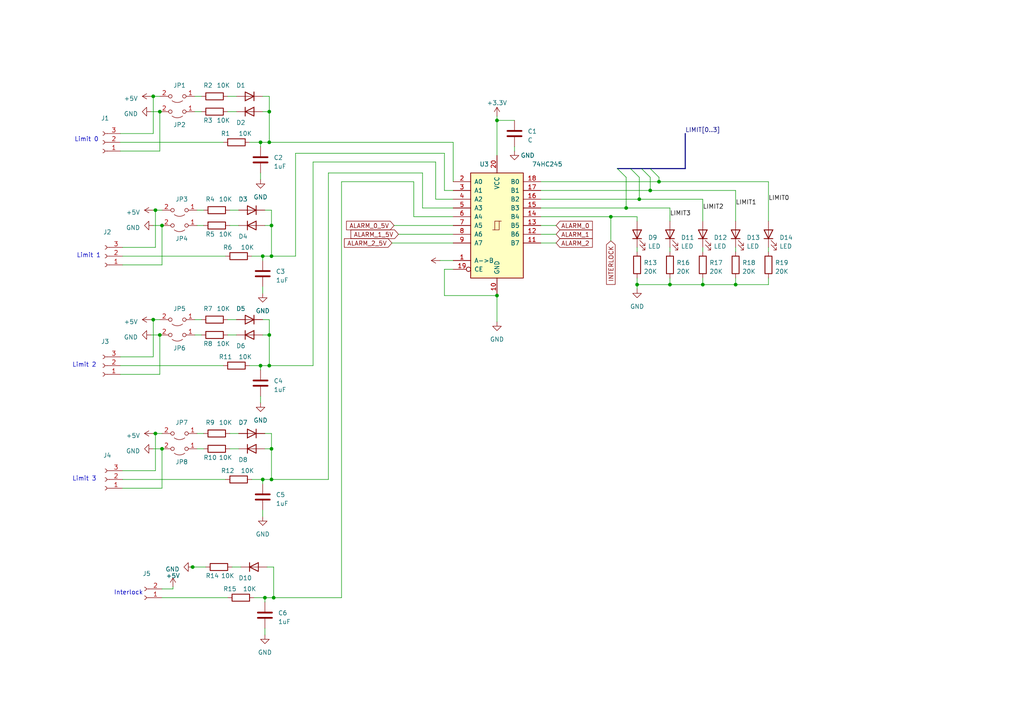
<source format=kicad_sch>
(kicad_sch (version 20230121) (generator eeschema)
  (paper "A4")
  (lib_symbols
    (symbol "74xx:74HC245" (pin_names (offset 1.016))
      (property "Reference" "U" (at -7.62 16.51 0))
      (property "Value" "74HC245" (at -7.62 -16.51 0))
      (symbol "74HC245_1_0"
        (polyline (pts (xy -0.635 -1.27) (xy -0.635 1.27) (xy 0.635 1.27)))
        (polyline (pts (xy -1.27 -1.27) (xy 0.635 -1.27) (xy 0.635 1.27) (xy 1.27 1.27)))
        (pin input line (at -12.7 -10.16 0) (length 5.08) (name "A->B") (number "1"))
        (pin power_in line (at 0 -20.32 90) (length 5.08) (name "GND") (number "10"))
        (pin tri_state line (at 12.7 -5.08 180) (length 5.08) (name "B7") (number "11"))
        (pin tri_state line (at 12.7 -2.54 180) (length 5.08) (name "B6") (number "12"))
        (pin tri_state line (at 12.7 0 180) (length 5.08) (name "B5") (number "13"))
        (pin tri_state line (at 12.7 2.54 180) (length 5.08) (name "B4") (number "14"))
        (pin tri_state line (at 12.7 5.08 180) (length 5.08) (name "B3") (number "15"))
        (pin tri_state line (at 12.7 7.62 180) (length 5.08) (name "B2") (number "16"))
        (pin tri_state line (at 12.7 10.16 180) (length 5.08) (name "B1") (number "17"))
        (pin tri_state line (at 12.7 12.7 180) (length 5.08) (name "B0") (number "18"))
        (pin input inverted (at -12.7 -12.7 0) (length 5.08) (name "CE") (number "19"))
        (pin tri_state line (at -12.7 12.7 0) (length 5.08) (name "A0") (number "2"))
        (pin power_in line (at 0 20.32 270) (length 5.08) (name "VCC") (number "20"))
        (pin tri_state line (at -12.7 10.16 0) (length 5.08) (name "A1") (number "3"))
        (pin tri_state line (at -12.7 7.62 0) (length 5.08) (name "A2") (number "4"))
        (pin tri_state line (at -12.7 5.08 0) (length 5.08) (name "A3") (number "5"))
        (pin tri_state line (at -12.7 2.54 0) (length 5.08) (name "A4") (number "6"))
        (pin tri_state line (at -12.7 0 0) (length 5.08) (name "A5") (number "7"))
        (pin tri_state line (at -12.7 -2.54 0) (length 5.08) (name "A6") (number "8"))
        (pin tri_state line (at -12.7 -5.08 0) (length 5.08) (name "A7") (number "9"))
      )
      (symbol "74HC245_1_1"
        (rectangle (start -7.62 15.24) (end 7.62 -15.24) (stroke (width 0.254)) (fill (type background)))
      )
    )
    (symbol "Connector:Conn_01x02_Socket" (pin_names (offset 1.016) hide)
      (property "Reference" "J" (at 0 2.54 0))
      (property "Value" "Conn_01x02_Socket" (at 0 -5.08 0))
      (symbol "Conn_01x02_Socket_1_1"
        (arc (start 0 -2.032) (mid -0.5058 -2.54) (end 0 -3.048) (stroke (width 0.1524)))
        (polyline (pts (xy -1.27 -2.54) (xy -0.508 -2.54)) (stroke (width 0.1524)))
        (polyline (pts (xy -1.27 0) (xy -0.508 0)) (stroke (width 0.1524)))
        (arc (start 0 0.508) (mid -0.5058 0) (end 0 -0.508) (stroke (width 0.1524)))
        (pin passive line (at -5.08 0 0) (length 3.81) (name "Pin_1") (number "1"))
        (pin passive line (at -5.08 -2.54 0) (length 3.81) (name "Pin_2") (number "2"))
      )
    )
    (symbol "Connector:Conn_01x03_Socket" (pin_names (offset 1.016) hide)
      (property "Reference" "J" (at 0 5.08 0))
      (property "Value" "Conn_01x03_Socket" (at 0 -5.08 0))
      (symbol "Conn_01x03_Socket_1_1"
        (arc (start 0 -2.032) (mid -0.5058 -2.54) (end 0 -3.048) (stroke (width 0.1524)))
        (polyline (pts (xy -1.27 -2.54) (xy -0.508 -2.54)) (stroke (width 0.1524)))
        (polyline (pts (xy -1.27 0) (xy -0.508 0)) (stroke (width 0.1524)))
        (polyline (pts (xy -1.27 2.54) (xy -0.508 2.54)) (stroke (width 0.1524)))
        (arc (start 0 0.508) (mid -0.5058 0) (end 0 -0.508) (stroke (width 0.1524)))
        (arc (start 0 3.048) (mid -0.5058 2.54) (end 0 2.032) (stroke (width 0.1524)))
        (pin passive line (at -5.08 2.54 0) (length 3.81) (name "Pin_1") (number "1"))
        (pin passive line (at -5.08 0 0) (length 3.81) (name "Pin_2") (number "2"))
        (pin passive line (at -5.08 -2.54 0) (length 3.81) (name "Pin_3") (number "3"))
      )
    )
    (symbol "Device:C" (pin_numbers hide) (pin_names (offset 0.254))
      (property "Reference" "C" (at 0.635 2.54 0))
      (property "Value" "C" (at 0.635 -2.54 0))
      (symbol "C_0_1"
        (polyline (pts (xy -2.032 -0.762) (xy 2.032 -0.762)) (stroke (width 0.508)))
        (polyline (pts (xy -2.032 0.762) (xy 2.032 0.762)) (stroke (width 0.508)))
      )
      (symbol "C_1_1"
        (pin passive line (at 0 3.81 270) (length 2.794) (name "~") (number "1"))
        (pin passive line (at 0 -3.81 90) (length 2.794) (name "~") (number "2"))
      )
    )
    (symbol "Device:D" (pin_numbers hide) (pin_names (offset 1.016) hide)
      (property "Reference" "D" (at 0 2.54 0))
      (property "Value" "D" (at 0 -2.54 0))
      (symbol "D_0_1"
        (polyline (pts (xy -1.27 1.27) (xy -1.27 -1.27)) (stroke (width 0.254)))
        (polyline (pts (xy 1.27 0) (xy -1.27 0)))
        (polyline (pts (xy 1.27 1.27) (xy 1.27 -1.27) (xy -1.27 0) (xy 1.27 1.27)) (stroke (width 0.254)))
      )
      (symbol "D_1_1"
        (pin passive line (at -3.81 0 0) (length 2.54) (name "K") (number "1"))
        (pin passive line (at 3.81 0 180) (length 2.54) (name "A") (number "2"))
      )
    )
    (symbol "Device:LED" (pin_numbers hide) (pin_names (offset 1.016) hide)
      (property "Reference" "D" (at 0 2.54 0))
      (property "Value" "LED" (at 0 -2.54 0))
      (symbol "LED_0_1"
        (polyline (pts (xy -1.27 -1.27) (xy -1.27 1.27)) (stroke (width 0.254)))
        (polyline (pts (xy -1.27 0) (xy 1.27 0)))
        (polyline (pts (xy 1.27 -1.27) (xy 1.27 1.27) (xy -1.27 0) (xy 1.27 -1.27)) (stroke (width 0.254)))
        (polyline (pts (xy -3.048 -0.762) (xy -4.572 -2.286) (xy -3.81 -2.286) (xy -4.572 -2.286) (xy -4.572 -1.524)))
        (polyline (pts (xy -1.778 -0.762) (xy -3.302 -2.286) (xy -2.54 -2.286) (xy -3.302 -2.286) (xy -3.302 -1.524)))
      )
      (symbol "LED_1_1"
        (pin passive line (at -3.81 0 0) (length 2.54) (name "K") (number "1"))
        (pin passive line (at 3.81 0 180) (length 2.54) (name "A") (number "2"))
      )
    )
    (symbol "Device:R" (pin_numbers hide) (pin_names (offset 0))
      (property "Reference" "R" (at 2.032 0 90))
      (property "Value" "R" (at 0 0 90))
      (symbol "R_0_1"
        (rectangle (start -1.016 -2.54) (end 1.016 2.54) (stroke (width 0.254)))
      )
      (symbol "R_1_1"
        (pin passive line (at 0 3.81 270) (length 1.27) (name "~") (number "1"))
        (pin passive line (at 0 -3.81 90) (length 1.27) (name "~") (number "2"))
      )
    )
    (symbol "Jumper:Jumper_2_Open" (pin_names (offset 0) hide)
      (property "Reference" "JP" (at 0 2.794 0))
      (property "Value" "Jumper_2_Open" (at 0 -2.286 0))
      (symbol "Jumper_2_Open_0_0"
        (circle (center -2.032 0) (radius 0.508))
        (circle (center 2.032 0) (radius 0.508))
      )
      (symbol "Jumper_2_Open_0_1"
        (arc (start 1.524 1.27) (mid 0 1.778) (end -1.524 1.27))
      )
      (symbol "Jumper_2_Open_1_1"
        (pin passive line (at -5.08 0 0) (length 2.54) (name "A") (number "1"))
        (pin passive line (at 5.08 0 180) (length 2.54) (name "B") (number "2"))
      )
    )
    (symbol "power:+3.3V" (power) (pin_names (offset 0))
      (property "Value" "+3.3V" (at 0 3.556 0))
      (symbol "+3.3V_0_1"
        (polyline (pts (xy -0.762 1.27) (xy 0 2.54)))
        (polyline (pts (xy 0 0) (xy 0 2.54)))
        (polyline (pts (xy 0 2.54) (xy 0.762 1.27)))
      )
      (symbol "+3.3V_1_1"
        (pin power_in line (at 0 0 90) (length 0) hide (name "+3.3V") (number "1"))
      )
    )
    (symbol "power:+5V" (power) (pin_names (offset 0))
      (property "Value" "+5V" (at 0 3.556 0))
      (symbol "+5V_0_1"
        (polyline (pts (xy -0.762 1.27) (xy 0 2.54)))
        (polyline (pts (xy 0 0) (xy 0 2.54)))
        (polyline (pts (xy 0 2.54) (xy 0.762 1.27)))
      )
      (symbol "+5V_1_1"
        (pin power_in line (at 0 0 90) (length 0) hide (name "+5V") (number "1"))
      )
    )
    (symbol "power:GND" (power) (pin_names (offset 0))
      (property "Value" "GND" (at 0 -3.81 0))
      (symbol "GND_0_1"
        (polyline (pts (xy 0 0) (xy 0 -1.27) (xy 1.27 -1.27) (xy 0 -2.54) (xy -1.27 -1.27) (xy 0 -1.27)))
      )
      (symbol "GND_1_1"
        (pin power_in line (at 0 0 270) (length 0) hide (name "GND") (number "1"))
      )
    )
  )
  (junction (at 78.74 130.175))
  (junction (at 181.61 60.325))
  (junction (at 76.2 74.295))
  (junction (at 46.99 65.405))
  (junction (at 78.105 41.275))
  (junction (at 144.145 34.925))
  (junction (at 191.135 52.705))
  (junction (at 185.42 57.785))
  (junction (at 44.45 27.94))
  (junction (at 78.105 106.045))
  (junction (at 78.105 97.155))
  (junction (at 76.2 139.065))
  (junction (at 45.085 125.73))
  (junction (at 78.74 74.295))
  (junction (at 188.595 55.245))
  (junction (at 75.565 41.275))
  (junction (at 45.085 60.96))
  (junction (at 46.99 130.175))
  (junction (at 76.835 173.355))
  (junction (at 203.835 82.55))
  (junction (at 79.375 173.355))
  (junction (at 184.785 82.55))
  (junction (at 46.355 97.155))
  (junction (at 55.88 164.465))
  (junction (at 213.36 82.55))
  (junction (at 78.74 139.065))
  (junction (at 46.355 32.385))
  (junction (at 194.31 82.55))
  (junction (at 78.105 32.385))
  (junction (at 75.565 106.045))
  (junction (at 44.45 92.71))
  (junction (at 144.145 85.725))
  (junction (at 177.165 62.865))
  (junction (at 78.74 65.405))
  (bus_entry (at 182.88 48.895) (size 2.54 2.54))
  (bus_entry (at 188.595 48.895) (size 2.54 2.54))
  (bus_entry (at 186.055 48.895) (size 2.54 2.54))
  (bus_entry (at 179.07 48.895) (size 2.54 2.54))
  (wire (pts (xy 76.2 74.295) (xy 76.2 75.565)))
  (wire (pts (xy 76.2 27.94) (xy 78.105 27.94)))
  (wire (pts (xy 185.42 51.435) (xy 185.42 57.785)))
  (wire (pts (xy 203.835 71.755) (xy 203.835 73.025)))
  (wire (pts (xy 79.375 173.355) (xy 99.06 173.355)))
  (wire (pts (xy 35.56 136.525) (xy 45.085 136.525)))
  (wire (pts (xy 66.675 65.405) (xy 69.215 65.405)))
  (wire (pts (xy 184.785 82.55) (xy 194.31 82.55)))
  (wire (pts (xy 44.45 38.735) (xy 44.45 27.94)))
  (wire (pts (xy 57.15 65.405) (xy 59.055 65.405)))
  (wire (pts (xy 156.845 52.705) (xy 191.135 52.705)))
  (wire (pts (xy 79.375 164.465) (xy 79.375 173.355)))
  (wire (pts (xy 122.555 60.325) (xy 122.555 50.165)))
  (wire (pts (xy 67.31 164.465) (xy 69.85 164.465)))
  (wire (pts (xy 181.61 51.435) (xy 181.61 60.325)))
  (wire (pts (xy 120.015 52.705) (xy 99.06 52.705)))
  (wire (pts (xy 78.74 139.065) (xy 95.25 139.065)))
  (wire (pts (xy 66.675 130.175) (xy 69.215 130.175)))
  (wire (pts (xy 194.31 80.645) (xy 194.31 82.55)))
  (wire (pts (xy 144.145 34.925) (xy 149.225 34.925)))
  (wire (pts (xy 75.565 106.045) (xy 75.565 107.315)))
  (wire (pts (xy 90.805 46.99) (xy 90.805 106.045)))
  (wire (pts (xy 76.835 182.245) (xy 76.835 184.15)))
  (wire (pts (xy 45.085 136.525) (xy 45.085 125.73)))
  (wire (pts (xy 43.815 97.155) (xy 46.355 97.155)))
  (wire (pts (xy 76.835 125.73) (xy 78.74 125.73)))
  (wire (pts (xy 213.36 71.755) (xy 213.36 73.025)))
  (wire (pts (xy 76.2 139.065) (xy 76.2 140.335)))
  (wire (pts (xy 131.445 41.275) (xy 131.445 52.705)))
  (wire (pts (xy 75.565 41.275) (xy 78.105 41.275)))
  (wire (pts (xy 44.45 125.73) (xy 45.085 125.73)))
  (wire (pts (xy 35.56 76.835) (xy 46.99 76.835)))
  (wire (pts (xy 131.445 62.865) (xy 120.015 62.865)))
  (wire (pts (xy 126.365 57.785) (xy 126.365 46.99)))
  (wire (pts (xy 185.42 57.785) (xy 156.845 57.785)))
  (wire (pts (xy 156.845 70.485) (xy 161.29 70.485)))
  (wire (pts (xy 78.105 27.94) (xy 78.105 32.385)))
  (wire (pts (xy 76.2 92.71) (xy 78.105 92.71)))
  (wire (pts (xy 45.085 125.73) (xy 46.99 125.73)))
  (wire (pts (xy 156.845 67.945) (xy 161.29 67.945)))
  (wire (pts (xy 78.105 106.045) (xy 75.565 106.045)))
  (wire (pts (xy 95.25 50.165) (xy 95.25 139.065)))
  (wire (pts (xy 46.99 76.835) (xy 46.99 65.405)))
  (wire (pts (xy 34.925 108.585) (xy 46.355 108.585)))
  (wire (pts (xy 34.925 106.045) (xy 64.77 106.045)))
  (wire (pts (xy 43.815 92.71) (xy 44.45 92.71)))
  (wire (pts (xy 56.515 97.155) (xy 58.42 97.155)))
  (wire (pts (xy 78.74 60.96) (xy 78.74 65.405)))
  (wire (pts (xy 122.555 50.165) (xy 95.25 50.165)))
  (wire (pts (xy 78.74 65.405) (xy 78.74 74.295)))
  (wire (pts (xy 46.99 141.605) (xy 46.99 130.175)))
  (wire (pts (xy 149.225 42.545) (xy 149.225 43.815)))
  (wire (pts (xy 56.515 92.71) (xy 58.42 92.71)))
  (wire (pts (xy 44.45 92.71) (xy 46.355 92.71)))
  (wire (pts (xy 75.565 41.275) (xy 75.565 42.545)))
  (wire (pts (xy 128.905 44.45) (xy 85.725 44.45)))
  (wire (pts (xy 115.57 67.945) (xy 131.445 67.945)))
  (wire (pts (xy 78.74 130.175) (xy 76.835 130.175)))
  (wire (pts (xy 35.56 139.065) (xy 65.405 139.065)))
  (wire (pts (xy 57.15 60.96) (xy 59.055 60.96)))
  (wire (pts (xy 194.31 71.755) (xy 194.31 73.025)))
  (wire (pts (xy 78.74 125.73) (xy 78.74 130.175)))
  (wire (pts (xy 78.105 32.385) (xy 76.2 32.385)))
  (wire (pts (xy 73.025 74.295) (xy 76.2 74.295)))
  (wire (pts (xy 44.45 27.94) (xy 46.355 27.94)))
  (wire (pts (xy 128.905 78.105) (xy 128.905 85.725)))
  (wire (pts (xy 79.375 173.355) (xy 76.835 173.355)))
  (wire (pts (xy 66.04 92.71) (xy 68.58 92.71)))
  (wire (pts (xy 56.515 27.94) (xy 58.42 27.94)))
  (wire (pts (xy 181.61 60.325) (xy 156.845 60.325)))
  (wire (pts (xy 131.445 57.785) (xy 126.365 57.785)))
  (wire (pts (xy 66.04 32.385) (xy 68.58 32.385)))
  (wire (pts (xy 78.105 92.71) (xy 78.105 97.155)))
  (wire (pts (xy 44.45 103.505) (xy 44.45 92.71)))
  (wire (pts (xy 222.885 52.705) (xy 222.885 64.135)))
  (wire (pts (xy 194.31 82.55) (xy 203.835 82.55)))
  (wire (pts (xy 35.56 71.755) (xy 45.085 71.755)))
  (bus (pts (xy 188.595 48.895) (xy 198.755 48.895)))
  (wire (pts (xy 43.815 27.94) (xy 44.45 27.94)))
  (wire (pts (xy 144.145 33.655) (xy 144.145 34.925)))
  (wire (pts (xy 35.56 74.295) (xy 65.405 74.295)))
  (wire (pts (xy 75.565 50.165) (xy 75.565 52.07)))
  (wire (pts (xy 73.66 173.355) (xy 76.835 173.355)))
  (wire (pts (xy 203.835 80.645) (xy 203.835 82.55)))
  (wire (pts (xy 144.145 85.725) (xy 144.145 93.345)))
  (bus (pts (xy 182.88 48.895) (xy 186.055 48.895)))
  (wire (pts (xy 85.725 44.45) (xy 85.725 74.295)))
  (wire (pts (xy 131.445 60.325) (xy 122.555 60.325)))
  (wire (pts (xy 66.675 60.96) (xy 69.215 60.96)))
  (wire (pts (xy 76.2 83.185) (xy 76.2 85.09)))
  (wire (pts (xy 213.36 64.135) (xy 213.36 55.245)))
  (wire (pts (xy 131.445 78.105) (xy 128.905 78.105)))
  (wire (pts (xy 127.635 75.565) (xy 131.445 75.565)))
  (wire (pts (xy 78.105 32.385) (xy 78.105 41.275)))
  (wire (pts (xy 75.565 114.935) (xy 75.565 116.84)))
  (wire (pts (xy 188.595 55.245) (xy 156.845 55.245)))
  (wire (pts (xy 34.925 103.505) (xy 44.45 103.505)))
  (wire (pts (xy 76.2 147.955) (xy 76.2 149.86)))
  (wire (pts (xy 78.74 65.405) (xy 76.835 65.405)))
  (wire (pts (xy 79.375 164.465) (xy 77.47 164.465)))
  (wire (pts (xy 128.905 55.245) (xy 128.905 44.45)))
  (wire (pts (xy 191.135 52.705) (xy 222.885 52.705)))
  (wire (pts (xy 44.45 65.405) (xy 46.99 65.405)))
  (wire (pts (xy 73.025 139.065) (xy 76.2 139.065)))
  (wire (pts (xy 128.905 85.725) (xy 144.145 85.725)))
  (wire (pts (xy 46.355 43.815) (xy 46.355 32.385)))
  (wire (pts (xy 203.835 64.135) (xy 203.835 57.785)))
  (wire (pts (xy 213.36 55.245) (xy 188.595 55.245)))
  (wire (pts (xy 156.845 65.405) (xy 161.29 65.405)))
  (wire (pts (xy 177.165 62.865) (xy 177.165 69.85)))
  (wire (pts (xy 45.085 71.755) (xy 45.085 60.96)))
  (wire (pts (xy 78.74 139.065) (xy 76.2 139.065)))
  (wire (pts (xy 78.105 97.155) (xy 78.105 106.045)))
  (wire (pts (xy 43.815 32.385) (xy 46.355 32.385)))
  (wire (pts (xy 46.99 173.355) (xy 66.04 173.355)))
  (wire (pts (xy 78.74 74.295) (xy 76.2 74.295)))
  (wire (pts (xy 66.04 97.155) (xy 68.58 97.155)))
  (wire (pts (xy 126.365 46.99) (xy 90.805 46.99)))
  (bus (pts (xy 198.755 38.735) (xy 198.755 48.895)))
  (wire (pts (xy 188.595 51.435) (xy 188.595 55.245)))
  (wire (pts (xy 203.835 82.55) (xy 213.36 82.55)))
  (wire (pts (xy 50.165 170.815) (xy 50.165 170.18)))
  (wire (pts (xy 184.785 71.755) (xy 184.785 73.025)))
  (wire (pts (xy 66.675 125.73) (xy 69.215 125.73)))
  (wire (pts (xy 184.785 80.645) (xy 184.785 82.55)))
  (wire (pts (xy 46.99 170.815) (xy 50.165 170.815)))
  (wire (pts (xy 55.245 164.465) (xy 55.88 164.465)))
  (wire (pts (xy 203.835 57.785) (xy 185.42 57.785)))
  (wire (pts (xy 78.105 106.045) (xy 90.805 106.045)))
  (wire (pts (xy 56.515 32.385) (xy 58.42 32.385)))
  (wire (pts (xy 184.785 82.55) (xy 184.785 83.82)))
  (wire (pts (xy 72.39 106.045) (xy 75.565 106.045)))
  (wire (pts (xy 35.56 141.605) (xy 46.99 141.605)))
  (wire (pts (xy 72.39 41.275) (xy 75.565 41.275)))
  (bus (pts (xy 179.07 48.895) (xy 182.88 48.895)))
  (wire (pts (xy 194.31 64.135) (xy 194.31 60.325)))
  (wire (pts (xy 85.725 74.295) (xy 78.74 74.295)))
  (wire (pts (xy 57.15 125.73) (xy 59.055 125.73)))
  (wire (pts (xy 78.105 41.275) (xy 131.445 41.275)))
  (wire (pts (xy 222.885 82.55) (xy 222.885 80.645)))
  (wire (pts (xy 194.31 60.325) (xy 181.61 60.325)))
  (bus (pts (xy 186.055 48.895) (xy 188.595 48.895)))
  (wire (pts (xy 191.135 51.435) (xy 191.135 52.705)))
  (wire (pts (xy 213.36 80.645) (xy 213.36 82.55)))
  (wire (pts (xy 120.015 62.865) (xy 120.015 52.705)))
  (wire (pts (xy 46.355 108.585) (xy 46.355 97.155)))
  (wire (pts (xy 131.445 55.245) (xy 128.905 55.245)))
  (wire (pts (xy 44.45 130.175) (xy 46.99 130.175)))
  (wire (pts (xy 222.885 71.755) (xy 222.885 73.025)))
  (wire (pts (xy 34.925 41.275) (xy 64.77 41.275)))
  (wire (pts (xy 76.835 60.96) (xy 78.74 60.96)))
  (wire (pts (xy 177.165 62.865) (xy 184.785 62.865)))
  (wire (pts (xy 66.04 27.94) (xy 68.58 27.94)))
  (wire (pts (xy 144.145 34.925) (xy 144.145 45.085)))
  (wire (pts (xy 113.665 70.485) (xy 131.445 70.485)))
  (wire (pts (xy 76.835 173.355) (xy 76.835 174.625)))
  (wire (pts (xy 99.06 52.705) (xy 99.06 173.355)))
  (wire (pts (xy 156.845 62.865) (xy 177.165 62.865)))
  (wire (pts (xy 55.88 164.465) (xy 59.69 164.465)))
  (wire (pts (xy 213.36 82.55) (xy 222.885 82.55)))
  (wire (pts (xy 45.085 60.96) (xy 46.99 60.96)))
  (wire (pts (xy 34.925 43.815) (xy 46.355 43.815)))
  (wire (pts (xy 114.3 65.405) (xy 131.445 65.405)))
  (wire (pts (xy 57.15 130.175) (xy 59.055 130.175)))
  (wire (pts (xy 44.45 60.96) (xy 45.085 60.96)))
  (wire (pts (xy 184.785 62.865) (xy 184.785 64.135)))
  (wire (pts (xy 78.105 97.155) (xy 76.2 97.155)))
  (wire (pts (xy 78.74 130.175) (xy 78.74 139.065)))
  (wire (pts (xy 34.925 38.735) (xy 44.45 38.735)))
  (text "Limit 3" (at 20.955 139.7 0) (effects (font (size 1.27 1.27)) (justify left bottom)))
  (text "Interlock" (at 33.02 172.72 0) (effects (font (size 1.27 1.27)) (justify left bottom)))
  (text "Limit 2" (at 20.955 106.68 0) (effects (font (size 1.27 1.27)) (justify left bottom)))
  (text "Limit 1" (at 22.225 74.93 0) (effects (font (size 1.27 1.27)) (justify left bottom)))
  (text "Limit 0" (at 21.59 41.275 0) (effects (font (size 1.27 1.27)) (justify left bottom)))
  (label "LIMIT0" (at 222.885 58.42 0))
  (label "LIMIT[0..3]" (at 198.755 38.735 0))
  (label "LIMIT3" (at 194.31 62.865 0))
  (label "LIMIT1" (at 213.36 59.69 0))
  (label "LIMIT2" (at 203.835 60.96 0))
  (global_label "ALARM_0" (shape input) (at 161.29 65.405 0) (property "Intersheetrefs" "${INTERSHEET_REFS}" (effects hide)))
  (global_label "ALARM_2_5V" (shape input) (at 113.665 70.485 180) (property "Intersheetrefs" "${INTERSHEET_REFS}" (effects hide)))
  (global_label "ALARM_1" (shape input) (at 161.29 67.945 0) (property "Intersheetrefs" "${INTERSHEET_REFS}" (effects hide)))
  (global_label "ALARM_0_5V" (shape input) (at 114.3 65.405 180) (property "Intersheetrefs" "${INTERSHEET_REFS}" (effects hide)))
  (global_label "ALARM_1_5V" (shape input) (at 115.57 67.945 180) (property "Intersheetrefs" "${INTERSHEET_REFS}" (effects hide)))
  (global_label "ALARM_2" (shape input) (at 161.29 70.485 0) (property "Intersheetrefs" "${INTERSHEET_REFS}" (effects hide)))
  (global_label "INTERLOCK" (shape input) (at 177.165 69.85 270) (property "Intersheetrefs" "${INTERSHEET_REFS}" (effects hide)))
  (symbol (lib_id "Device:R") (at 62.865 60.96 90) (unit 1)
    (property "Reference" "R4" (at 60.96 57.785 90))
    (property "Value" "10K" (at 65.405 57.785 90))
    (property "Footprint" "Resistor_SMD:R_0603_1608Metric" (effects hide))
  )
  (symbol (lib_id "Device:LED") (at 203.835 67.945 90) (unit 1)
    (property "Reference" "D12" (at 207.01 68.8975 90) (effects (justify right)))
    (property "Value" "LED" (at 207.01 71.4375 90) (effects (justify right)))
    (property "Footprint" "LED_SMD:LED_0603_1608Metric" (effects hide))
  )
  (symbol (lib_id "Device:D") (at 73.025 130.175 0) (unit 1)
    (property "Reference" "D8" (at 70.485 133.35 0))
    (property "Value" "1N4148W-7-F" (effects hide))
    (property "Footprint" "Diode_SMD:D_SOD-123" (effects hide))
    (property "Sim.Device" "D" (effects hide))
    (property "Sim.Pins" "1=K 2=A" (effects hide))
    (property "MouserPN" "621-1N4148W-F" (effects hide))
  )
  (symbol (lib_id "Device:R") (at 68.58 41.275 90) (unit 1)
    (property "Reference" "R1" (at 65.405 38.735 90))
    (property "Value" "10K" (at 71.12 38.735 90))
    (property "Footprint" "Resistor_SMD:R_0603_1608Metric" (effects hide))
  )
  (symbol (lib_id "Device:C") (at 76.835 178.435 0) (unit 1)
    (property "Reference" "C6" (at 80.645 177.8 0) (effects (justify left)))
    (property "Value" "1uF" (at 80.645 180.34 0) (effects (justify left)))
    (property "Footprint" "Capacitor_SMD:C_0603_1608Metric" (effects hide))
  )
  (symbol (lib_id "power:GND") (at 55.88 164.465 270) (unit 1)
    (property "Reference" "#PWR018" (effects hide))
    (property "Value" "GND" (at 52.07 165.1 90) (effects (justify right)))
  )
  (symbol (lib_id "Device:LED") (at 184.785 67.945 90) (unit 1)
    (property "Reference" "D9" (at 187.96 68.8975 90) (effects (justify right)))
    (property "Value" "LED" (at 187.96 71.4375 90) (effects (justify right)))
    (property "Footprint" "LED_SMD:LED_0603_1608Metric" (effects hide))
  )
  (symbol (lib_id "Device:D") (at 72.39 27.94 180) (unit 1)
    (property "Reference" "D1" (at 69.85 24.765 0))
    (property "Value" "1N4148W-7-F" (effects hide))
    (property "Footprint" "Diode_SMD:D_SOD-123" (effects hide))
    (property "Sim.Device" "D" (effects hide))
    (property "Sim.Pins" "1=K 2=A" (effects hide))
    (property "MouserPN" "621-1N4148W-F" (effects hide))
  )
  (symbol (lib_id "Jumper:Jumper_2_Open") (at 51.435 32.385 180) (unit 1)
    (property "Reference" "JP2" (at 52.07 36.195 0))
    (property "Value" "Jumper_2_Open" (effects hide))
    (property "Footprint" "Jumper:SolderJumper-2_P1.3mm_Open_RoundedPad1.0x1.5mm" (effects hide))
  )
  (symbol (lib_id "74xx:74HC245") (at 144.145 65.405 0) (unit 1)
    (property "Reference" "U3" (at 139.065 47.625 0) (effects (justify left)))
    (property "Value" "74HC245" (at 154.305 47.625 0) (effects (justify left)))
    (property "Datasheet" "http://www.ti.com/lit/gpn/sn74HC245" (effects hide))
  )
  (symbol (lib_id "Device:R") (at 62.23 97.155 90) (unit 1)
    (property "Reference" "R8" (at 60.325 99.695 90))
    (property "Value" "10K" (at 64.77 99.695 90))
    (property "Footprint" "Resistor_SMD:R_0603_1608Metric" (effects hide))
  )
  (symbol (lib_id "Jumper:Jumper_2_Open") (at 52.07 125.73 180) (unit 1)
    (property "Reference" "JP7" (at 52.705 122.555 0))
    (property "Value" "Jumper_2_Open" (effects hide))
    (property "Footprint" "Jumper:SolderJumper-2_P1.3mm_Open_RoundedPad1.0x1.5mm" (effects hide))
  )
  (symbol (lib_id "Device:LED") (at 222.885 67.945 90) (unit 1)
    (property "Reference" "D14" (at 226.06 68.8975 90) (effects (justify right)))
    (property "Value" "LED" (at 226.06 71.4375 90) (effects (justify right)))
    (property "Footprint" "LED_SMD:LED_0603_1608Metric" (effects hide))
  )
  (symbol (lib_id "Device:R") (at 62.23 27.94 90) (unit 1)
    (property "Reference" "R2" (at 60.325 24.765 90))
    (property "Value" "10K" (at 64.77 24.765 90))
    (property "Footprint" "Resistor_SMD:R_0603_1608Metric" (effects hide))
  )
  (symbol (lib_id "Device:R") (at 68.58 106.045 90) (unit 1)
    (property "Reference" "R11" (at 65.405 103.505 90))
    (property "Value" "10K" (at 71.12 103.505 90))
    (property "Footprint" "Resistor_SMD:R_0603_1608Metric" (effects hide))
  )
  (symbol (lib_id "power:GND") (at 76.2 149.86 0) (unit 1)
    (property "Reference" "#PWR016" (effects hide))
    (property "Value" "GND" (at 76.2 154.94 0))
  )
  (symbol (lib_id "Device:D") (at 72.39 97.155 0) (unit 1)
    (property "Reference" "D6" (at 69.85 100.33 0))
    (property "Value" "1N4148W-7-F" (effects hide))
    (property "Footprint" "Diode_SMD:D_SOD-123" (effects hide))
    (property "Sim.Device" "D" (effects hide))
    (property "Sim.Pins" "1=K 2=A" (effects hide))
    (property "MouserPN" "621-1N4148W-F" (effects hide))
  )
  (symbol (lib_id "Device:R") (at 69.215 74.295 90) (unit 1)
    (property "Reference" "R6" (at 66.04 71.755 90))
    (property "Value" "10K" (at 71.755 71.755 90))
    (property "Footprint" "Resistor_SMD:R_0603_1608Metric" (effects hide))
  )
  (symbol (lib_id "power:GND") (at 43.815 32.385 270) (unit 1)
    (property "Reference" "#PWR06" (effects hide))
    (property "Value" "GND" (at 40.005 33.02 90) (effects (justify right)))
  )
  (symbol (lib_id "power:GND") (at 43.815 97.155 270) (unit 1)
    (property "Reference" "#PWR012" (effects hide))
    (property "Value" "GND" (at 40.005 97.79 90) (effects (justify right)))
  )
  (symbol (lib_id "Device:C") (at 76.2 79.375 0) (unit 1)
    (property "Reference" "C3" (at 80.01 78.74 0) (effects (justify left)))
    (property "Value" "1uF" (at 80.01 81.28 0) (effects (justify left)))
    (property "Footprint" "Capacitor_SMD:C_0603_1608Metric" (effects hide))
  )
  (symbol (lib_id "Device:C") (at 149.225 38.735 180) (unit 1)
    (property "Reference" "C1" (at 153.035 38.1 0) (effects (justify right)))
    (property "Value" "C" (at 153.035 40.64 0) (effects (justify right)))
  )
  (symbol (lib_id "Device:R") (at 62.865 65.405 90) (unit 1)
    (property "Reference" "R5" (at 60.96 67.945 90))
    (property "Value" "10K" (at 65.405 67.945 90))
    (property "Footprint" "Resistor_SMD:R_0603_1608Metric" (effects hide))
  )
  (symbol (lib_id "Device:R") (at 62.865 125.73 90) (unit 1)
    (property "Reference" "R9" (at 60.96 122.555 90))
    (property "Value" "10K" (at 65.405 122.555 90))
    (property "Footprint" "Resistor_SMD:R_0603_1608Metric" (effects hide))
  )
  (symbol (lib_id "Device:R") (at 69.215 139.065 90) (unit 1)
    (property "Reference" "R12" (at 66.04 136.525 90))
    (property "Value" "10K" (at 71.755 136.525 90))
    (property "Footprint" "Resistor_SMD:R_0603_1608Metric" (effects hide))
  )
  (symbol (lib_id "Device:D") (at 73.66 164.465 0) (unit 1)
    (property "Reference" "D10" (at 71.12 167.64 0))
    (property "Value" "1N4148W-7-F" (effects hide))
    (property "Footprint" "Diode_SMD:D_SOD-123" (effects hide))
    (property "Sim.Device" "D" (effects hide))
    (property "Sim.Pins" "1=K 2=A" (effects hide))
    (property "MouserPN" "621-1N4148W-F" (effects hide))
  )
  (symbol (lib_id "Device:LED") (at 213.36 67.945 90) (unit 1)
    (property "Reference" "D13" (at 216.535 68.8975 90) (effects (justify right)))
    (property "Value" "LED" (at 216.535 71.4375 90) (effects (justify right)))
    (property "Footprint" "LED_SMD:LED_0603_1608Metric" (effects hide))
  )
  (symbol (lib_id "Device:C") (at 76.2 144.145 0) (unit 1)
    (property "Reference" "C5" (at 80.01 143.51 0) (effects (justify left)))
    (property "Value" "1uF" (at 80.01 146.05 0) (effects (justify left)))
    (property "Footprint" "Capacitor_SMD:C_0603_1608Metric" (effects hide))
  )
  (symbol (lib_id "power:GND") (at 44.45 130.175 270) (unit 1)
    (property "Reference" "#PWR014" (effects hide))
    (property "Value" "GND" (at 40.64 130.81 90) (effects (justify right)))
  )
  (symbol (lib_id "Device:C") (at 75.565 111.125 0) (unit 1)
    (property "Reference" "C4" (at 79.375 110.49 0) (effects (justify left)))
    (property "Value" "1uF" (at 79.375 113.03 0) (effects (justify left)))
    (property "Footprint" "Capacitor_SMD:C_0603_1608Metric" (effects hide))
  )
  (symbol (lib_id "Device:R") (at 194.31 76.835 0) (unit 1)
    (property "Reference" "R16" (at 196.215 76.2 0) (effects (justify left)))
    (property "Value" "20K" (at 196.215 78.74 0) (effects (justify left)))
    (property "Footprint" "Resistor_SMD:R_0603_1608Metric" (effects hide))
  )
  (symbol (lib_id "Connector:Conn_01x03_Socket") (at 29.845 106.045 180) (unit 1)
    (property "Reference" "J3" (at 30.48 99.06 0))
    (property "Value" "Conn_01x03_Socket" (effects hide))
  )
  (symbol (lib_id "Connector:Conn_01x03_Socket") (at 30.48 74.295 180) (unit 1)
    (property "Reference" "J2" (at 31.115 67.31 0))
    (property "Value" "Conn_01x03_Socket" (effects hide))
  )
  (symbol (lib_id "power:+3.3V") (at 144.145 33.655 0) (unit 1)
    (property "Reference" "#PWR02" (effects hide))
    (property "Value" "+3.3V" (at 144.145 29.845 0))
  )
  (symbol (lib_id "Device:R") (at 62.23 32.385 90) (unit 1)
    (property "Reference" "R3" (at 60.325 34.925 90))
    (property "Value" "10K" (at 64.77 34.925 90))
    (property "Footprint" "Resistor_SMD:R_0603_1608Metric" (effects hide))
  )
  (symbol (lib_id "power:+3.3V") (at 127.635 75.565 90) (unit 1)
    (property "Reference" "#PWR04" (effects hide))
    (property "Value" "+3.3V" (effects hide))
  )
  (symbol (lib_id "Device:R") (at 69.85 173.355 90) (unit 1)
    (property "Reference" "R15" (at 66.675 170.815 90))
    (property "Value" "10K" (at 72.39 170.815 90))
    (property "Footprint" "Resistor_SMD:R_0603_1608Metric" (effects hide))
  )
  (symbol (lib_id "power:GND") (at 184.785 83.82 0) (unit 1)
    (property "Reference" "#PWR020" (effects hide))
    (property "Value" "GND" (at 184.785 88.9 0))
  )
  (symbol (lib_id "Device:LED") (at 194.31 67.945 90) (unit 1)
    (property "Reference" "D11" (at 197.485 68.8975 90) (effects (justify right)))
    (property "Value" "LED" (at 197.485 71.4375 90) (effects (justify right)))
    (property "Footprint" "LED_SMD:LED_0603_1608Metric" (effects hide))
  )
  (symbol (lib_id "Device:R") (at 62.865 130.175 90) (unit 1)
    (property "Reference" "R10" (at 60.96 132.715 90))
    (property "Value" "10K" (at 65.405 132.715 90))
    (property "Footprint" "Resistor_SMD:R_0603_1608Metric" (effects hide))
  )
  (symbol (lib_id "Jumper:Jumper_2_Open") (at 52.07 65.405 180) (unit 1)
    (property "Reference" "JP4" (at 52.705 69.215 0))
    (property "Value" "Jumper_2_Open" (effects hide))
    (property "Footprint" "Jumper:SolderJumper-2_P1.3mm_Open_RoundedPad1.0x1.5mm" (effects hide))
  )
  (symbol (lib_id "Device:R") (at 62.23 92.71 90) (unit 1)
    (property "Reference" "R7" (at 60.325 89.535 90))
    (property "Value" "10K" (at 64.77 89.535 90))
    (property "Footprint" "Resistor_SMD:R_0603_1608Metric" (effects hide))
  )
  (symbol (lib_id "Jumper:Jumper_2_Open") (at 51.435 92.71 180) (unit 1)
    (property "Reference" "JP5" (at 52.07 89.535 0))
    (property "Value" "Jumper_2_Open" (effects hide))
    (property "Footprint" "Jumper:SolderJumper-2_P1.3mm_Open_RoundedPad1.0x1.5mm" (effects hide))
  )
  (symbol (lib_id "Device:D") (at 73.025 125.73 180) (unit 1)
    (property "Reference" "D7" (at 70.485 122.555 0))
    (property "Value" "1N4148W-7-F" (effects hide))
    (property "Footprint" "Diode_SMD:D_SOD-123" (effects hide))
    (property "Sim.Device" "D" (effects hide))
    (property "Sim.Pins" "1=K 2=A" (effects hide))
    (property "MouserPN" "621-1N4148W-F" (effects hide))
  )
  (symbol (lib_id "power:GND") (at 76.2 85.09 0) (unit 1)
    (property "Reference" "#PWR010" (effects hide))
    (property "Value" "GND" (at 76.2 90.17 0))
  )
  (symbol (lib_id "power:GND") (at 44.45 65.405 270) (unit 1)
    (property "Reference" "#PWR09" (effects hide))
    (property "Value" "GND" (at 40.64 66.04 90) (effects (justify right)))
  )
  (symbol (lib_id "power:+5V") (at 44.45 125.73 90) (unit 1)
    (property "Reference" "#PWR013" (effects hide))
    (property "Value" "+5V" (at 40.64 126.365 90) (effects (justify left)))
  )
  (symbol (lib_id "Device:D") (at 72.39 32.385 0) (unit 1)
    (property "Reference" "D2" (at 69.85 35.56 0))
    (property "Value" "1N4148W-7-F" (effects hide))
    (property "Footprint" "Diode_SMD:D_SOD-123" (effects hide))
    (property "Sim.Device" "D" (effects hide))
    (property "Sim.Pins" "1=K 2=A" (effects hide))
    (property "MouserPN" "621-1N4148W-F" (effects hide))
  )
  (symbol (lib_id "power:GND") (at 75.565 116.84 0) (unit 1)
    (property "Reference" "#PWR015" (effects hide))
    (property "Value" "GND" (at 75.565 121.92 0))
  )
  (symbol (lib_id "power:GND") (at 149.225 43.815 0) (unit 1)
    (property "Reference" "#PWR03" (effects hide))
    (property "Value" "GND" (at 153.035 45.085 0))
  )
  (symbol (lib_id "Device:D") (at 73.025 65.405 0) (unit 1)
    (property "Reference" "D4" (at 70.485 68.58 0))
    (property "Value" "1N4148W-7-F" (effects hide))
    (property "Footprint" "Diode_SMD:D_SOD-123" (effects hide))
    (property "Sim.Device" "D" (effects hide))
    (property "Sim.Pins" "1=K 2=A" (effects hide))
    (property "MouserPN" "621-1N4148W-F" (effects hide))
  )
  (symbol (lib_id "power:GND") (at 76.835 184.15 0) (unit 1)
    (property "Reference" "#PWR019" (effects hide))
    (property "Value" "GND" (at 76.835 189.23 0))
  )
  (symbol (lib_id "Jumper:Jumper_2_Open") (at 51.435 27.94 180) (unit 1)
    (property "Reference" "JP1" (at 52.07 24.765 0))
    (property "Value" "Jumper_2_Open" (effects hide))
    (property "Footprint" "Jumper:SolderJumper-2_P1.3mm_Open_RoundedPad1.0x1.5mm" (effects hide))
  )
  (symbol (lib_id "Device:R") (at 203.835 76.835 0) (unit 1)
    (property "Reference" "R17" (at 205.74 76.2 0) (effects (justify left)))
    (property "Value" "20K" (at 205.74 78.74 0) (effects (justify left)))
    (property "Footprint" "Resistor_SMD:R_0603_1608Metric" (effects hide))
  )
  (symbol (lib_id "Jumper:Jumper_2_Open") (at 52.07 130.175 180) (unit 1)
    (property "Reference" "JP8" (at 52.705 133.985 0))
    (property "Value" "Jumper_2_Open" (effects hide))
    (property "Footprint" "Jumper:SolderJumper-2_P1.3mm_Open_RoundedPad1.0x1.5mm" (effects hide))
  )
  (symbol (lib_id "Device:R") (at 63.5 164.465 90) (unit 1)
    (property "Reference" "R14" (at 61.595 167.005 90))
    (property "Value" "10K" (at 66.04 167.005 90))
    (property "Footprint" "Resistor_SMD:R_0603_1608Metric" (effects hide))
  )
  (symbol (lib_id "Device:C") (at 75.565 46.355 0) (unit 1)
    (property "Reference" "C2" (at 79.375 45.72 0) (effects (justify left)))
    (property "Value" "1uF" (at 79.375 48.26 0) (effects (justify left)))
    (property "Footprint" "Capacitor_SMD:C_0603_1608Metric" (effects hide))
  )
  (symbol (lib_id "Device:D") (at 73.025 60.96 180) (unit 1)
    (property "Reference" "D3" (at 70.485 57.785 0))
    (property "Value" "1N4148W-7-F" (effects hide))
    (property "Footprint" "Diode_SMD:D_SOD-123" (effects hide))
    (property "Sim.Device" "D" (effects hide))
    (property "Sim.Pins" "1=K 2=A" (effects hide))
    (property "MouserPN" "621-1N4148W-F" (effects hide))
  )
  (symbol (lib_id "power:+5V") (at 50.165 170.18 0) (unit 1)
    (property "Reference" "#PWR017" (effects hide))
    (property "Value" "+5V" (at 50.165 167.005 0))
  )
  (symbol (lib_id "Jumper:Jumper_2_Open") (at 52.07 60.96 180) (unit 1)
    (property "Reference" "JP3" (at 52.705 57.785 0))
    (property "Value" "Jumper_2_Open" (effects hide))
    (property "Footprint" "Jumper:SolderJumper-2_P1.3mm_Open_RoundedPad1.0x1.5mm" (effects hide))
  )
  (symbol (lib_id "Connector:Conn_01x03_Socket") (at 29.845 41.275 180) (unit 1)
    (property "Reference" "J1" (at 30.48 34.29 0))
    (property "Value" "Conn_01x03_Socket" (effects hide))
  )
  (symbol (lib_id "power:+5V") (at 43.815 27.94 90) (unit 1)
    (property "Reference" "#PWR05" (effects hide))
    (property "Value" "+5V" (at 40.005 28.575 90) (effects (justify left)))
  )
  (symbol (lib_id "Device:R") (at 184.785 76.835 0) (unit 1)
    (property "Reference" "R13" (at 186.69 76.2 0) (effects (justify left)))
    (property "Value" "20K" (at 186.69 78.74 0) (effects (justify left)))
    (property "Footprint" "Resistor_SMD:R_0603_1608Metric" (effects hide))
  )
  (symbol (lib_id "Connector:Conn_01x03_Socket") (at 30.48 139.065 180) (unit 1)
    (property "Reference" "J4" (at 31.115 132.08 0))
    (property "Value" "Conn_01x03_Socket" (effects hide))
  )
  (symbol (lib_id "Connector:Conn_01x02_Socket") (at 41.91 173.355 180) (unit 1)
    (property "Reference" "J5" (at 42.545 166.37 0))
    (property "Value" "Conn_01x02_Socket" (effects hide))
  )
  (symbol (lib_id "power:+5V") (at 44.45 60.96 90) (unit 1)
    (property "Reference" "#PWR08" (effects hide))
    (property "Value" "+5V" (at 40.64 61.595 90) (effects (justify left)))
  )
  (symbol (lib_id "Device:D") (at 72.39 92.71 180) (unit 1)
    (property "Reference" "D5" (at 69.85 89.535 0))
    (property "Value" "1N4148W-7-F" (effects hide))
    (property "Footprint" "Diode_SMD:D_SOD-123" (effects hide))
    (property "Sim.Device" "D" (effects hide))
    (property "Sim.Pins" "1=K 2=A" (effects hide))
    (property "MouserPN" "621-1N4148W-F" (effects hide))
  )
  (symbol (lib_id "power:+5V") (at 43.815 92.71 90) (unit 1)
    (property "Reference" "#PWR011" (effects hide))
    (property "Value" "+5V" (at 40.005 93.345 90) (effects (justify left)))
  )
  (symbol (lib_id "Device:R") (at 222.885 76.835 0) (unit 1)
    (property "Reference" "R19" (at 224.79 76.2 0) (effects (justify left)))
    (property "Value" "20K" (at 224.79 78.74 0) (effects (justify left)))
    (property "Footprint" "Resistor_SMD:R_0603_1608Metric" (effects hide))
  )
  (symbol (lib_id "power:GND") (at 75.565 52.07 0) (unit 1)
    (property "Reference" "#PWR07" (effects hide))
    (property "Value" "GND" (at 75.565 57.15 0))
  )
  (symbol (lib_id "Device:R") (at 213.36 76.835 0) (unit 1)
    (property "Reference" "R18" (at 215.265 76.2 0) (effects (justify left)))
    (property "Value" "20K" (at 215.265 78.74 0) (effects (justify left)))
    (property "Footprint" "Resistor_SMD:R_0603_1608Metric" (effects hide))
  )
  (symbol (lib_id "power:GND") (at 144.145 93.345 0) (unit 1)
    (property "Reference" "#PWR01" (effects hide))
    (property "Value" "GND" (at 144.145 98.425 0))
  )
  (symbol (lib_id "Jumper:Jumper_2_Open") (at 51.435 97.155 180) (unit 1)
    (property "Reference" "JP6" (at 52.07 100.965 0))
    (property "Value" "Jumper_2_Open" (effects hide))
    (property "Footprint" "Jumper:SolderJumper-2_P1.3mm_Open_RoundedPad1.0x1.5mm" (effects hide))
  )
)
</source>
